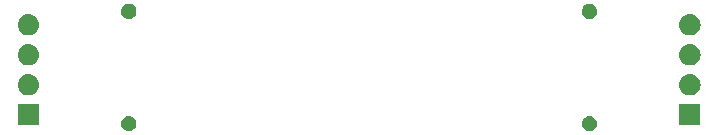
<source format=gbs>
G04 #@! TF.GenerationSoftware,KiCad,Pcbnew,(5.1.4-0-10_14)*
G04 #@! TF.CreationDate,2019-08-25T21:06:09+02:00*
G04 #@! TF.ProjectId,Streifen,53747265-6966-4656-9e2e-6b696361645f,rev?*
G04 #@! TF.SameCoordinates,Original*
G04 #@! TF.FileFunction,Soldermask,Bot*
G04 #@! TF.FilePolarity,Negative*
%FSLAX46Y46*%
G04 Gerber Fmt 4.6, Leading zero omitted, Abs format (unit mm)*
G04 Created by KiCad (PCBNEW (5.1.4-0-10_14)) date 2019-08-25 21:06:09*
%MOMM*%
%LPD*%
G04 APERTURE LIST*
%ADD10C,0.100000*%
G04 APERTURE END LIST*
D10*
G36*
X169689890Y-104124017D02*
G01*
X169808364Y-104173091D01*
X169914988Y-104244335D01*
X170005665Y-104335012D01*
X170076909Y-104441636D01*
X170125983Y-104560110D01*
X170151000Y-104685882D01*
X170151000Y-104814118D01*
X170125983Y-104939890D01*
X170076909Y-105058364D01*
X170005665Y-105164988D01*
X169914988Y-105255665D01*
X169808364Y-105326909D01*
X169808363Y-105326910D01*
X169808362Y-105326910D01*
X169689890Y-105375983D01*
X169564119Y-105401000D01*
X169435881Y-105401000D01*
X169310110Y-105375983D01*
X169191638Y-105326910D01*
X169191637Y-105326910D01*
X169191636Y-105326909D01*
X169085012Y-105255665D01*
X168994335Y-105164988D01*
X168923091Y-105058364D01*
X168874017Y-104939890D01*
X168849000Y-104814118D01*
X168849000Y-104685882D01*
X168874017Y-104560110D01*
X168923091Y-104441636D01*
X168994335Y-104335012D01*
X169085012Y-104244335D01*
X169191636Y-104173091D01*
X169310110Y-104124017D01*
X169435881Y-104099000D01*
X169564119Y-104099000D01*
X169689890Y-104124017D01*
X169689890Y-104124017D01*
G37*
G36*
X130689890Y-104124017D02*
G01*
X130808364Y-104173091D01*
X130914988Y-104244335D01*
X131005665Y-104335012D01*
X131076909Y-104441636D01*
X131125983Y-104560110D01*
X131151000Y-104685882D01*
X131151000Y-104814118D01*
X131125983Y-104939890D01*
X131076909Y-105058364D01*
X131005665Y-105164988D01*
X130914988Y-105255665D01*
X130808364Y-105326909D01*
X130808363Y-105326910D01*
X130808362Y-105326910D01*
X130689890Y-105375983D01*
X130564119Y-105401000D01*
X130435881Y-105401000D01*
X130310110Y-105375983D01*
X130191638Y-105326910D01*
X130191637Y-105326910D01*
X130191636Y-105326909D01*
X130085012Y-105255665D01*
X129994335Y-105164988D01*
X129923091Y-105058364D01*
X129874017Y-104939890D01*
X129849000Y-104814118D01*
X129849000Y-104685882D01*
X129874017Y-104560110D01*
X129923091Y-104441636D01*
X129994335Y-104335012D01*
X130085012Y-104244335D01*
X130191636Y-104173091D01*
X130310110Y-104124017D01*
X130435881Y-104099000D01*
X130564119Y-104099000D01*
X130689890Y-104124017D01*
X130689890Y-104124017D01*
G37*
G36*
X178901000Y-104901000D02*
G01*
X177099000Y-104901000D01*
X177099000Y-103099000D01*
X178901000Y-103099000D01*
X178901000Y-104901000D01*
X178901000Y-104901000D01*
G37*
G36*
X122901000Y-104901000D02*
G01*
X121099000Y-104901000D01*
X121099000Y-103099000D01*
X122901000Y-103099000D01*
X122901000Y-104901000D01*
X122901000Y-104901000D01*
G37*
G36*
X178110443Y-100565519D02*
G01*
X178176627Y-100572037D01*
X178346466Y-100623557D01*
X178502991Y-100707222D01*
X178538729Y-100736552D01*
X178640186Y-100819814D01*
X178723448Y-100921271D01*
X178752778Y-100957009D01*
X178836443Y-101113534D01*
X178887963Y-101283373D01*
X178905359Y-101460000D01*
X178887963Y-101636627D01*
X178836443Y-101806466D01*
X178752778Y-101962991D01*
X178723448Y-101998729D01*
X178640186Y-102100186D01*
X178538729Y-102183448D01*
X178502991Y-102212778D01*
X178346466Y-102296443D01*
X178176627Y-102347963D01*
X178110442Y-102354482D01*
X178044260Y-102361000D01*
X177955740Y-102361000D01*
X177889557Y-102354481D01*
X177823373Y-102347963D01*
X177653534Y-102296443D01*
X177497009Y-102212778D01*
X177461271Y-102183448D01*
X177359814Y-102100186D01*
X177276552Y-101998729D01*
X177247222Y-101962991D01*
X177163557Y-101806466D01*
X177112037Y-101636627D01*
X177094641Y-101460000D01*
X177112037Y-101283373D01*
X177163557Y-101113534D01*
X177247222Y-100957009D01*
X177276552Y-100921271D01*
X177359814Y-100819814D01*
X177461271Y-100736552D01*
X177497009Y-100707222D01*
X177653534Y-100623557D01*
X177823373Y-100572037D01*
X177889557Y-100565519D01*
X177955740Y-100559000D01*
X178044260Y-100559000D01*
X178110443Y-100565519D01*
X178110443Y-100565519D01*
G37*
G36*
X122110443Y-100565519D02*
G01*
X122176627Y-100572037D01*
X122346466Y-100623557D01*
X122502991Y-100707222D01*
X122538729Y-100736552D01*
X122640186Y-100819814D01*
X122723448Y-100921271D01*
X122752778Y-100957009D01*
X122836443Y-101113534D01*
X122887963Y-101283373D01*
X122905359Y-101460000D01*
X122887963Y-101636627D01*
X122836443Y-101806466D01*
X122752778Y-101962991D01*
X122723448Y-101998729D01*
X122640186Y-102100186D01*
X122538729Y-102183448D01*
X122502991Y-102212778D01*
X122346466Y-102296443D01*
X122176627Y-102347963D01*
X122110442Y-102354482D01*
X122044260Y-102361000D01*
X121955740Y-102361000D01*
X121889557Y-102354481D01*
X121823373Y-102347963D01*
X121653534Y-102296443D01*
X121497009Y-102212778D01*
X121461271Y-102183448D01*
X121359814Y-102100186D01*
X121276552Y-101998729D01*
X121247222Y-101962991D01*
X121163557Y-101806466D01*
X121112037Y-101636627D01*
X121094641Y-101460000D01*
X121112037Y-101283373D01*
X121163557Y-101113534D01*
X121247222Y-100957009D01*
X121276552Y-100921271D01*
X121359814Y-100819814D01*
X121461271Y-100736552D01*
X121497009Y-100707222D01*
X121653534Y-100623557D01*
X121823373Y-100572037D01*
X121889557Y-100565519D01*
X121955740Y-100559000D01*
X122044260Y-100559000D01*
X122110443Y-100565519D01*
X122110443Y-100565519D01*
G37*
G36*
X178110443Y-98025519D02*
G01*
X178176627Y-98032037D01*
X178346466Y-98083557D01*
X178502991Y-98167222D01*
X178538729Y-98196552D01*
X178640186Y-98279814D01*
X178723448Y-98381271D01*
X178752778Y-98417009D01*
X178836443Y-98573534D01*
X178887963Y-98743373D01*
X178905359Y-98920000D01*
X178887963Y-99096627D01*
X178836443Y-99266466D01*
X178752778Y-99422991D01*
X178723448Y-99458729D01*
X178640186Y-99560186D01*
X178538729Y-99643448D01*
X178502991Y-99672778D01*
X178346466Y-99756443D01*
X178176627Y-99807963D01*
X178110442Y-99814482D01*
X178044260Y-99821000D01*
X177955740Y-99821000D01*
X177889558Y-99814482D01*
X177823373Y-99807963D01*
X177653534Y-99756443D01*
X177497009Y-99672778D01*
X177461271Y-99643448D01*
X177359814Y-99560186D01*
X177276552Y-99458729D01*
X177247222Y-99422991D01*
X177163557Y-99266466D01*
X177112037Y-99096627D01*
X177094641Y-98920000D01*
X177112037Y-98743373D01*
X177163557Y-98573534D01*
X177247222Y-98417009D01*
X177276552Y-98381271D01*
X177359814Y-98279814D01*
X177461271Y-98196552D01*
X177497009Y-98167222D01*
X177653534Y-98083557D01*
X177823373Y-98032037D01*
X177889557Y-98025519D01*
X177955740Y-98019000D01*
X178044260Y-98019000D01*
X178110443Y-98025519D01*
X178110443Y-98025519D01*
G37*
G36*
X122110443Y-98025519D02*
G01*
X122176627Y-98032037D01*
X122346466Y-98083557D01*
X122502991Y-98167222D01*
X122538729Y-98196552D01*
X122640186Y-98279814D01*
X122723448Y-98381271D01*
X122752778Y-98417009D01*
X122836443Y-98573534D01*
X122887963Y-98743373D01*
X122905359Y-98920000D01*
X122887963Y-99096627D01*
X122836443Y-99266466D01*
X122752778Y-99422991D01*
X122723448Y-99458729D01*
X122640186Y-99560186D01*
X122538729Y-99643448D01*
X122502991Y-99672778D01*
X122346466Y-99756443D01*
X122176627Y-99807963D01*
X122110442Y-99814482D01*
X122044260Y-99821000D01*
X121955740Y-99821000D01*
X121889558Y-99814482D01*
X121823373Y-99807963D01*
X121653534Y-99756443D01*
X121497009Y-99672778D01*
X121461271Y-99643448D01*
X121359814Y-99560186D01*
X121276552Y-99458729D01*
X121247222Y-99422991D01*
X121163557Y-99266466D01*
X121112037Y-99096627D01*
X121094641Y-98920000D01*
X121112037Y-98743373D01*
X121163557Y-98573534D01*
X121247222Y-98417009D01*
X121276552Y-98381271D01*
X121359814Y-98279814D01*
X121461271Y-98196552D01*
X121497009Y-98167222D01*
X121653534Y-98083557D01*
X121823373Y-98032037D01*
X121889557Y-98025519D01*
X121955740Y-98019000D01*
X122044260Y-98019000D01*
X122110443Y-98025519D01*
X122110443Y-98025519D01*
G37*
G36*
X178110443Y-95485519D02*
G01*
X178176627Y-95492037D01*
X178346466Y-95543557D01*
X178502991Y-95627222D01*
X178538729Y-95656552D01*
X178640186Y-95739814D01*
X178711662Y-95826909D01*
X178752778Y-95877009D01*
X178836443Y-96033534D01*
X178887963Y-96203373D01*
X178905359Y-96380000D01*
X178887963Y-96556627D01*
X178836443Y-96726466D01*
X178752778Y-96882991D01*
X178723448Y-96918729D01*
X178640186Y-97020186D01*
X178538729Y-97103448D01*
X178502991Y-97132778D01*
X178346466Y-97216443D01*
X178176627Y-97267963D01*
X178110443Y-97274481D01*
X178044260Y-97281000D01*
X177955740Y-97281000D01*
X177889557Y-97274481D01*
X177823373Y-97267963D01*
X177653534Y-97216443D01*
X177497009Y-97132778D01*
X177461271Y-97103448D01*
X177359814Y-97020186D01*
X177276552Y-96918729D01*
X177247222Y-96882991D01*
X177163557Y-96726466D01*
X177112037Y-96556627D01*
X177094641Y-96380000D01*
X177112037Y-96203373D01*
X177163557Y-96033534D01*
X177247222Y-95877009D01*
X177288338Y-95826909D01*
X177359814Y-95739814D01*
X177461271Y-95656552D01*
X177497009Y-95627222D01*
X177653534Y-95543557D01*
X177823373Y-95492037D01*
X177889557Y-95485519D01*
X177955740Y-95479000D01*
X178044260Y-95479000D01*
X178110443Y-95485519D01*
X178110443Y-95485519D01*
G37*
G36*
X122110443Y-95485519D02*
G01*
X122176627Y-95492037D01*
X122346466Y-95543557D01*
X122502991Y-95627222D01*
X122538729Y-95656552D01*
X122640186Y-95739814D01*
X122711662Y-95826909D01*
X122752778Y-95877009D01*
X122836443Y-96033534D01*
X122887963Y-96203373D01*
X122905359Y-96380000D01*
X122887963Y-96556627D01*
X122836443Y-96726466D01*
X122752778Y-96882991D01*
X122723448Y-96918729D01*
X122640186Y-97020186D01*
X122538729Y-97103448D01*
X122502991Y-97132778D01*
X122346466Y-97216443D01*
X122176627Y-97267963D01*
X122110443Y-97274481D01*
X122044260Y-97281000D01*
X121955740Y-97281000D01*
X121889557Y-97274481D01*
X121823373Y-97267963D01*
X121653534Y-97216443D01*
X121497009Y-97132778D01*
X121461271Y-97103448D01*
X121359814Y-97020186D01*
X121276552Y-96918729D01*
X121247222Y-96882991D01*
X121163557Y-96726466D01*
X121112037Y-96556627D01*
X121094641Y-96380000D01*
X121112037Y-96203373D01*
X121163557Y-96033534D01*
X121247222Y-95877009D01*
X121288338Y-95826909D01*
X121359814Y-95739814D01*
X121461271Y-95656552D01*
X121497009Y-95627222D01*
X121653534Y-95543557D01*
X121823373Y-95492037D01*
X121889557Y-95485519D01*
X121955740Y-95479000D01*
X122044260Y-95479000D01*
X122110443Y-95485519D01*
X122110443Y-95485519D01*
G37*
G36*
X169689890Y-94624017D02*
G01*
X169808364Y-94673091D01*
X169914988Y-94744335D01*
X170005665Y-94835012D01*
X170076909Y-94941636D01*
X170125983Y-95060110D01*
X170151000Y-95185882D01*
X170151000Y-95314118D01*
X170125983Y-95439890D01*
X170076909Y-95558364D01*
X170005665Y-95664988D01*
X169914988Y-95755665D01*
X169808364Y-95826909D01*
X169808363Y-95826910D01*
X169808362Y-95826910D01*
X169689890Y-95875983D01*
X169564119Y-95901000D01*
X169435881Y-95901000D01*
X169310110Y-95875983D01*
X169191638Y-95826910D01*
X169191637Y-95826910D01*
X169191636Y-95826909D01*
X169085012Y-95755665D01*
X168994335Y-95664988D01*
X168923091Y-95558364D01*
X168874017Y-95439890D01*
X168849000Y-95314118D01*
X168849000Y-95185882D01*
X168874017Y-95060110D01*
X168923091Y-94941636D01*
X168994335Y-94835012D01*
X169085012Y-94744335D01*
X169191636Y-94673091D01*
X169310110Y-94624017D01*
X169435881Y-94599000D01*
X169564119Y-94599000D01*
X169689890Y-94624017D01*
X169689890Y-94624017D01*
G37*
G36*
X130689890Y-94624017D02*
G01*
X130808364Y-94673091D01*
X130914988Y-94744335D01*
X131005665Y-94835012D01*
X131076909Y-94941636D01*
X131125983Y-95060110D01*
X131151000Y-95185882D01*
X131151000Y-95314118D01*
X131125983Y-95439890D01*
X131076909Y-95558364D01*
X131005665Y-95664988D01*
X130914988Y-95755665D01*
X130808364Y-95826909D01*
X130808363Y-95826910D01*
X130808362Y-95826910D01*
X130689890Y-95875983D01*
X130564119Y-95901000D01*
X130435881Y-95901000D01*
X130310110Y-95875983D01*
X130191638Y-95826910D01*
X130191637Y-95826910D01*
X130191636Y-95826909D01*
X130085012Y-95755665D01*
X129994335Y-95664988D01*
X129923091Y-95558364D01*
X129874017Y-95439890D01*
X129849000Y-95314118D01*
X129849000Y-95185882D01*
X129874017Y-95060110D01*
X129923091Y-94941636D01*
X129994335Y-94835012D01*
X130085012Y-94744335D01*
X130191636Y-94673091D01*
X130310110Y-94624017D01*
X130435881Y-94599000D01*
X130564119Y-94599000D01*
X130689890Y-94624017D01*
X130689890Y-94624017D01*
G37*
M02*

</source>
